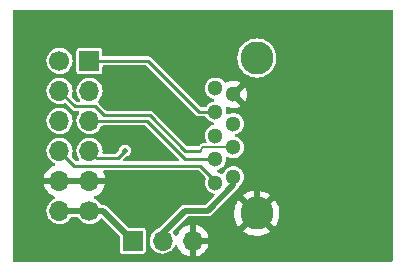
<source format=gtl>
%TF.GenerationSoftware,KiCad,Pcbnew,6.0.11-2627ca5db0~126~ubuntu22.04.1*%
%TF.CreationDate,2023-02-25T21:45:26+01:00*%
%TF.ProjectId,pmod,706d6f64-2e6b-4696-9361-645f70636258,0.7*%
%TF.SameCoordinates,Original*%
%TF.FileFunction,Copper,L1,Top*%
%TF.FilePolarity,Positive*%
%FSLAX46Y46*%
G04 Gerber Fmt 4.6, Leading zero omitted, Abs format (unit mm)*
G04 Created by KiCad (PCBNEW 6.0.11-2627ca5db0~126~ubuntu22.04.1) date 2023-02-25 21:45:26*
%MOMM*%
%LPD*%
G01*
G04 APERTURE LIST*
%TA.AperFunction,ComponentPad*%
%ADD10R,1.700000X1.700000*%
%TD*%
%TA.AperFunction,ComponentPad*%
%ADD11O,1.700000X1.700000*%
%TD*%
%TA.AperFunction,ComponentPad*%
%ADD12C,1.700000*%
%TD*%
%TA.AperFunction,ComponentPad*%
%ADD13C,1.300000*%
%TD*%
%TA.AperFunction,ComponentPad*%
%ADD14C,2.800000*%
%TD*%
%TA.AperFunction,ViaPad*%
%ADD15C,0.500000*%
%TD*%
%TA.AperFunction,Conductor*%
%ADD16C,0.250000*%
%TD*%
%TA.AperFunction,Conductor*%
%ADD17C,0.500000*%
%TD*%
%TA.AperFunction,Conductor*%
%ADD18C,0.200000*%
%TD*%
G04 APERTURE END LIST*
D10*
%TO.P,J1,1,Pin_1*%
%TO.N,/D0*%
X143212400Y-68795480D03*
D11*
%TO.P,J1,2,Pin_2*%
%TO.N,/D1*%
X143212400Y-71335480D03*
%TO.P,J1,3,Pin_3*%
%TO.N,/D2*%
X143212400Y-73875480D03*
%TO.P,J1,4,Pin_4*%
%TO.N,/D3*%
X143212400Y-76415480D03*
%TO.P,J1,5,Pin_5*%
%TO.N,GND*%
X143212400Y-78955480D03*
D12*
%TO.P,J1,6,Pin_6*%
%TO.N,/3V3*%
X143212400Y-81495480D03*
%TO.P,J1,7,Pin_7*%
%TO.N,/D4*%
X140672400Y-68795480D03*
D11*
%TO.P,J1,8,Pin_8*%
%TO.N,/D5*%
X140672400Y-71335480D03*
%TO.P,J1,9,Pin_9*%
%TO.N,/D6*%
X140672400Y-73875480D03*
%TO.P,J1,10,Pin_10*%
%TO.N,/D7*%
X140672400Y-76415480D03*
%TO.P,J1,11,Pin_11*%
%TO.N,GND*%
X140672400Y-78955480D03*
%TO.P,J1,12,Pin_12*%
%TO.N,/3V3*%
X140672400Y-81495480D03*
%TD*%
D13*
%TO.P,J2,1,VBUS*%
%TO.N,/VBUS*%
X155383000Y-78615000D03*
%TO.P,J2,2,D-*%
%TO.N,/D5*%
X155383000Y-76115000D03*
%TO.P,J2,3,D+*%
%TO.N,/D1*%
X155383000Y-74115000D03*
%TO.P,J2,4,GND*%
%TO.N,GND*%
X155383000Y-71615000D03*
%TO.P,J2,5,SSRX-*%
%TO.N,/D3*%
X153883000Y-71115000D03*
%TO.P,J2,6,SSRX+*%
%TO.N,/D0*%
X153883000Y-73115000D03*
%TO.P,J2,7,DRAIN*%
%TO.N,/D6*%
X153883000Y-75115000D03*
%TO.P,J2,8,SSTX-*%
%TO.N,/D2*%
X153883000Y-77115000D03*
%TO.P,J2,9,SSTX+*%
%TO.N,/D7*%
X153883000Y-79115000D03*
D14*
%TO.P,J2,10,SHIELD*%
%TO.N,GND*%
X157383000Y-81685000D03*
%TO.P,J2,11*%
%TO.N,N/C*%
X157383000Y-68545000D03*
%TD*%
D10*
%TO.P,JP1,1,Pin_1*%
%TO.N,/3V3*%
X146870000Y-84005000D03*
D11*
%TO.P,JP1,2,Pin_2*%
%TO.N,/VBUS*%
X149410000Y-84005000D03*
%TO.P,JP1,3,Pin_3*%
%TO.N,GND*%
X151950000Y-84005000D03*
%TD*%
D15*
%TO.N,/D3*%
X146235000Y-76385000D03*
%TO.N,GND*%
X150680000Y-73845000D03*
%TD*%
D16*
%TO.N,/D0*%
X148170480Y-68795480D02*
X152490000Y-73115000D01*
X143212400Y-68795480D02*
X148170480Y-68795480D01*
X152490000Y-73115000D02*
X153883000Y-73115000D01*
%TO.N,/D2*%
X151337894Y-77115000D02*
X153883000Y-77115000D01*
X143212400Y-73875480D02*
X148098374Y-73875480D01*
X148098374Y-73875480D02*
X151337894Y-77115000D01*
%TO.N,/D3*%
X145600000Y-77020000D02*
X143816920Y-77020000D01*
X143816920Y-77020000D02*
X143212400Y-76415480D01*
X146235000Y-76385000D02*
X145600000Y-77020000D01*
D17*
%TO.N,/3V3*%
X140672400Y-81495480D02*
X143212400Y-81495480D01*
X144355480Y-81495480D02*
X146865000Y-84005000D01*
X143212400Y-81495480D02*
X144355480Y-81495480D01*
%TO.N,GND*%
X157383000Y-73615000D02*
X155383000Y-71615000D01*
X140672400Y-78955480D02*
X143212400Y-78955480D01*
X157383000Y-81685000D02*
X157383000Y-73615000D01*
D18*
%TO.N,/D5*%
X152855000Y-76115000D02*
X155383000Y-76115000D01*
D16*
X143719812Y-72650480D02*
X141987400Y-72650480D01*
D18*
X152585000Y-76385000D02*
X152855000Y-76115000D01*
D16*
X148305480Y-73375480D02*
X144444812Y-73375480D01*
X152585000Y-76385000D02*
X151315000Y-76385000D01*
X151315000Y-76385000D02*
X148305480Y-73375480D01*
X141987400Y-72650480D02*
X140672400Y-71335480D01*
X144444812Y-73375480D02*
X143719812Y-72650480D01*
%TO.N,/D7*%
X140672400Y-76415480D02*
X141911920Y-77655000D01*
X141911920Y-77655000D02*
X152585000Y-77655000D01*
X153883000Y-78953000D02*
X153883000Y-79115000D01*
X152585000Y-77655000D02*
X153883000Y-78953000D01*
D17*
%TO.N,/VBUS*%
X153220000Y-81465000D02*
X151315000Y-81465000D01*
X155383000Y-79302000D02*
X153220000Y-81465000D01*
X149410000Y-83370000D02*
X149410000Y-84005000D01*
X151315000Y-81465000D02*
X149410000Y-83370000D01*
X155383000Y-78615000D02*
X155383000Y-79302000D01*
%TD*%
%TA.AperFunction,Conductor*%
%TO.N,GND*%
G36*
X168880945Y-64463502D02*
G01*
X168927438Y-64517158D01*
X168938823Y-64569526D01*
X168936215Y-75768224D01*
X168933911Y-85660529D01*
X168913893Y-85728645D01*
X168860227Y-85775126D01*
X168807911Y-85786500D01*
X136832500Y-85786500D01*
X136764379Y-85766498D01*
X136717886Y-85712842D01*
X136706500Y-85660500D01*
X136706500Y-79223446D01*
X139340657Y-79223446D01*
X139370965Y-79357926D01*
X139374045Y-79367755D01*
X139454170Y-79565083D01*
X139458813Y-79574274D01*
X139570094Y-79755868D01*
X139576177Y-79764179D01*
X139715613Y-79925147D01*
X139722980Y-79932363D01*
X139886834Y-80068396D01*
X139895281Y-80074311D01*
X140079156Y-80181759D01*
X140088442Y-80186209D01*
X140243202Y-80245305D01*
X140299705Y-80288292D01*
X140323998Y-80355003D01*
X140308368Y-80424258D01*
X140257777Y-80474068D01*
X140241865Y-80481227D01*
X140202006Y-80495932D01*
X140196593Y-80497929D01*
X140022771Y-80601342D01*
X139870705Y-80734700D01*
X139745489Y-80893537D01*
X139651314Y-81072533D01*
X139591337Y-81265693D01*
X139567564Y-81466549D01*
X139580792Y-81668374D01*
X139588268Y-81697812D01*
X139609930Y-81783104D01*
X139630578Y-81864408D01*
X139715256Y-82048087D01*
X139721571Y-82057022D01*
X139791756Y-82156332D01*
X139831988Y-82213260D01*
X139976866Y-82354393D01*
X140145037Y-82466762D01*
X140150340Y-82469040D01*
X140150343Y-82469042D01*
X140238691Y-82506999D01*
X140330870Y-82546602D01*
X140528140Y-82591240D01*
X140533909Y-82591467D01*
X140533912Y-82591467D01*
X140610083Y-82594459D01*
X140730242Y-82599180D01*
X140835794Y-82583876D01*
X140924686Y-82570988D01*
X140924691Y-82570987D01*
X140930407Y-82570158D01*
X140935879Y-82568300D01*
X140935881Y-82568300D01*
X141116467Y-82506999D01*
X141116469Y-82506998D01*
X141121931Y-82505144D01*
X141244417Y-82436549D01*
X141293364Y-82409138D01*
X141293365Y-82409137D01*
X141298401Y-82406317D01*
X141360833Y-82354393D01*
X141449473Y-82280671D01*
X141453905Y-82276985D01*
X141583237Y-82121481D01*
X141586058Y-82116444D01*
X141617436Y-82060414D01*
X141668173Y-82010752D01*
X141727371Y-81995980D01*
X142153188Y-81995980D01*
X142221309Y-82015982D01*
X142256085Y-82049260D01*
X142331756Y-82156332D01*
X142371988Y-82213260D01*
X142516866Y-82354393D01*
X142685037Y-82466762D01*
X142690340Y-82469040D01*
X142690343Y-82469042D01*
X142778691Y-82506999D01*
X142870870Y-82546602D01*
X143068140Y-82591240D01*
X143073909Y-82591467D01*
X143073912Y-82591467D01*
X143150083Y-82594459D01*
X143270242Y-82599180D01*
X143375794Y-82583876D01*
X143464686Y-82570988D01*
X143464691Y-82570987D01*
X143470407Y-82570158D01*
X143475879Y-82568300D01*
X143475881Y-82568300D01*
X143656467Y-82506999D01*
X143656469Y-82506998D01*
X143661931Y-82505144D01*
X143784417Y-82436549D01*
X143833364Y-82409138D01*
X143833365Y-82409137D01*
X143838401Y-82406317D01*
X143900833Y-82354393D01*
X143989473Y-82280671D01*
X143993905Y-82276985D01*
X143997591Y-82272553D01*
X143997596Y-82272548D01*
X144103229Y-82145538D01*
X144162166Y-82105954D01*
X144233148Y-82104518D01*
X144289198Y-82137012D01*
X145732595Y-83580409D01*
X145766621Y-83642721D01*
X145769500Y-83669504D01*
X145769500Y-84879674D01*
X145784034Y-84952740D01*
X145839399Y-85035601D01*
X145922260Y-85090966D01*
X145995326Y-85105500D01*
X147744674Y-85105500D01*
X147817740Y-85090966D01*
X147900601Y-85035601D01*
X147955966Y-84952740D01*
X147970500Y-84879674D01*
X147970500Y-83130326D01*
X147955966Y-83057260D01*
X147900601Y-82974399D01*
X147817740Y-82919034D01*
X147744674Y-82904500D01*
X146524504Y-82904500D01*
X146456383Y-82884498D01*
X146435409Y-82867595D01*
X144759014Y-81191200D01*
X144751548Y-81181856D01*
X144751158Y-81182188D01*
X144745340Y-81175352D01*
X144740550Y-81167760D01*
X144726869Y-81155677D01*
X144700880Y-81132725D01*
X144695192Y-81127378D01*
X144683974Y-81116160D01*
X144680385Y-81113470D01*
X144675796Y-81110030D01*
X144667957Y-81103648D01*
X144639819Y-81078798D01*
X144633092Y-81072857D01*
X144624969Y-81069043D01*
X144621816Y-81066972D01*
X144608804Y-81059153D01*
X144605485Y-81057336D01*
X144598304Y-81051954D01*
X144554741Y-81035623D01*
X144545427Y-81031697D01*
X144511446Y-81015743D01*
X144511443Y-81015742D01*
X144503317Y-81011927D01*
X144494443Y-81010545D01*
X144490830Y-81009441D01*
X144476173Y-81005595D01*
X144472470Y-81004781D01*
X144464060Y-81001628D01*
X144417637Y-80998178D01*
X144407624Y-80997028D01*
X144394471Y-80994980D01*
X144379276Y-80994980D01*
X144369939Y-80994634D01*
X144354516Y-80993488D01*
X144321088Y-80991004D01*
X144312312Y-80992877D01*
X144303355Y-80993488D01*
X144303355Y-80993482D01*
X144289162Y-80994980D01*
X144271062Y-80994980D01*
X144202941Y-80974978D01*
X144160824Y-80927808D01*
X144160325Y-80928114D01*
X144158635Y-80925357D01*
X144158056Y-80924708D01*
X144157307Y-80923189D01*
X144157304Y-80923185D01*
X144154751Y-80918007D01*
X144033735Y-80755947D01*
X144010750Y-80734700D01*
X143889453Y-80622574D01*
X143889451Y-80622572D01*
X143885212Y-80618654D01*
X143857774Y-80601342D01*
X143719037Y-80513805D01*
X143714157Y-80510726D01*
X143637853Y-80480284D01*
X143581994Y-80436463D01*
X143558693Y-80369399D01*
X143575349Y-80300384D01*
X143626673Y-80251330D01*
X143648335Y-80242569D01*
X143704644Y-80225675D01*
X143714242Y-80221913D01*
X143905495Y-80128219D01*
X143914345Y-80122944D01*
X144087728Y-79999272D01*
X144095600Y-79992619D01*
X144246452Y-79842292D01*
X144253130Y-79834445D01*
X144377403Y-79661500D01*
X144382713Y-79652663D01*
X144477070Y-79461747D01*
X144480869Y-79452152D01*
X144542777Y-79248390D01*
X144544955Y-79238317D01*
X144546386Y-79227442D01*
X144544175Y-79213258D01*
X144531017Y-79209480D01*
X139355625Y-79209480D01*
X139342094Y-79213453D01*
X139340657Y-79223446D01*
X136706500Y-79223446D01*
X136706500Y-78689663D01*
X139336789Y-78689663D01*
X139338312Y-78698087D01*
X139350692Y-78701480D01*
X144530744Y-78701480D01*
X144544275Y-78697507D01*
X144545580Y-78688427D01*
X144503614Y-78521355D01*
X144500294Y-78511604D01*
X144415372Y-78316294D01*
X144410505Y-78307219D01*
X144357277Y-78224940D01*
X144337070Y-78156880D01*
X144356866Y-78088699D01*
X144410381Y-78042045D01*
X144463069Y-78030500D01*
X152377273Y-78030500D01*
X152445394Y-78050502D01*
X152466368Y-78067405D01*
X153023260Y-78624297D01*
X153057286Y-78686609D01*
X153053998Y-78752326D01*
X152997326Y-78926744D01*
X152996636Y-78933305D01*
X152996636Y-78933307D01*
X152990782Y-78989007D01*
X152977540Y-79115000D01*
X152978230Y-79121565D01*
X152987888Y-79213453D01*
X152997326Y-79303256D01*
X153055821Y-79483284D01*
X153059124Y-79489006D01*
X153059125Y-79489007D01*
X153063467Y-79496527D01*
X153150467Y-79647216D01*
X153154885Y-79652123D01*
X153154886Y-79652124D01*
X153163336Y-79661508D01*
X153277129Y-79787888D01*
X153430270Y-79899151D01*
X153603197Y-79976144D01*
X153704310Y-79997636D01*
X153766783Y-80031364D01*
X153801105Y-80093514D01*
X153796377Y-80164353D01*
X153767208Y-80209978D01*
X153049591Y-80927595D01*
X152987279Y-80961621D01*
X152960496Y-80964500D01*
X151385181Y-80964500D01*
X151373296Y-80963172D01*
X151373255Y-80963682D01*
X151364309Y-80962962D01*
X151355553Y-80960981D01*
X151320240Y-80963172D01*
X151302736Y-80964258D01*
X151294933Y-80964500D01*
X151279060Y-80964500D01*
X151268948Y-80965948D01*
X151258894Y-80966978D01*
X151230903Y-80968715D01*
X151212462Y-80969859D01*
X151204018Y-80972907D01*
X151200306Y-80973676D01*
X151185601Y-80977343D01*
X151181973Y-80978404D01*
X151173082Y-80979677D01*
X151130718Y-80998939D01*
X151121363Y-81002746D01*
X151086057Y-81015491D01*
X151086053Y-81015493D01*
X151077613Y-81018540D01*
X151070365Y-81023835D01*
X151067025Y-81025611D01*
X151053911Y-81033274D01*
X151050739Y-81035303D01*
X151042572Y-81039016D01*
X151035777Y-81044871D01*
X151035774Y-81044873D01*
X151007325Y-81069387D01*
X150999405Y-81075675D01*
X150988664Y-81083522D01*
X150977921Y-81094265D01*
X150971075Y-81100623D01*
X150933963Y-81132600D01*
X150929080Y-81140134D01*
X150923181Y-81146896D01*
X150923176Y-81146892D01*
X150914200Y-81157986D01*
X149160601Y-82911585D01*
X149115117Y-82940702D01*
X149000722Y-82982905D01*
X148934193Y-83007449D01*
X148760371Y-83110862D01*
X148608305Y-83244220D01*
X148483089Y-83403057D01*
X148388914Y-83582053D01*
X148328937Y-83775213D01*
X148305164Y-83976069D01*
X148318392Y-84177894D01*
X148368178Y-84373928D01*
X148452856Y-84557607D01*
X148456189Y-84562323D01*
X148555032Y-84702183D01*
X148569588Y-84722780D01*
X148714466Y-84863913D01*
X148719270Y-84867123D01*
X148786651Y-84912146D01*
X148882637Y-84976282D01*
X148887940Y-84978560D01*
X148887943Y-84978562D01*
X149051409Y-85048792D01*
X149068470Y-85056122D01*
X149265740Y-85100760D01*
X149271509Y-85100987D01*
X149271512Y-85100987D01*
X149347683Y-85103979D01*
X149467842Y-85108700D01*
X149554132Y-85096189D01*
X149662286Y-85080508D01*
X149662291Y-85080507D01*
X149668007Y-85079678D01*
X149673479Y-85077820D01*
X149673481Y-85077820D01*
X149854067Y-85016519D01*
X149854069Y-85016518D01*
X149859531Y-85014664D01*
X150036001Y-84915837D01*
X150098433Y-84863913D01*
X150187073Y-84790191D01*
X150191505Y-84786505D01*
X150320837Y-84631001D01*
X150419664Y-84454531D01*
X150423419Y-84443468D01*
X150464254Y-84385392D01*
X150530006Y-84358611D01*
X150599799Y-84371630D01*
X150651473Y-84420315D01*
X150659476Y-84436563D01*
X150731770Y-84614603D01*
X150736413Y-84623794D01*
X150847694Y-84805388D01*
X150853777Y-84813699D01*
X150993213Y-84974667D01*
X151000580Y-84981883D01*
X151164434Y-85117916D01*
X151172881Y-85123831D01*
X151356756Y-85231279D01*
X151366042Y-85235729D01*
X151565001Y-85311703D01*
X151574899Y-85314579D01*
X151678250Y-85335606D01*
X151692299Y-85334410D01*
X151696000Y-85324065D01*
X151696000Y-85323517D01*
X152204000Y-85323517D01*
X152208064Y-85337359D01*
X152221478Y-85339393D01*
X152228184Y-85338534D01*
X152238262Y-85336392D01*
X152442255Y-85275191D01*
X152451842Y-85271433D01*
X152643095Y-85177739D01*
X152651945Y-85172464D01*
X152825328Y-85048792D01*
X152833200Y-85042139D01*
X152984052Y-84891812D01*
X152990730Y-84883965D01*
X153115003Y-84711020D01*
X153120313Y-84702183D01*
X153214670Y-84511267D01*
X153218469Y-84501672D01*
X153280377Y-84297910D01*
X153282555Y-84287837D01*
X153283986Y-84276962D01*
X153281775Y-84262778D01*
X153268617Y-84259000D01*
X152222115Y-84259000D01*
X152206876Y-84263475D01*
X152205671Y-84264865D01*
X152204000Y-84272548D01*
X152204000Y-85323517D01*
X151696000Y-85323517D01*
X151696000Y-83732885D01*
X152204000Y-83732885D01*
X152208475Y-83748124D01*
X152209865Y-83749329D01*
X152217548Y-83751000D01*
X153268344Y-83751000D01*
X153281875Y-83747027D01*
X153283180Y-83737947D01*
X153241214Y-83570875D01*
X153237894Y-83561124D01*
X153152972Y-83365814D01*
X153148105Y-83356739D01*
X153048522Y-83202806D01*
X156230361Y-83202806D01*
X156237751Y-83213108D01*
X156279630Y-83247203D01*
X156286909Y-83252318D01*
X156510756Y-83387085D01*
X156518670Y-83391118D01*
X156759286Y-83493006D01*
X156767691Y-83495883D01*
X157020257Y-83562850D01*
X157028989Y-83564516D01*
X157288474Y-83595227D01*
X157297340Y-83595645D01*
X157558561Y-83589490D01*
X157567414Y-83588653D01*
X157825162Y-83545752D01*
X157833796Y-83543679D01*
X158082930Y-83464888D01*
X158091192Y-83461617D01*
X158326731Y-83348513D01*
X158334455Y-83344107D01*
X158528268Y-83214606D01*
X158536556Y-83204688D01*
X158529299Y-83190509D01*
X157395812Y-82057022D01*
X157381868Y-82049408D01*
X157380035Y-82049539D01*
X157373420Y-82053790D01*
X156237527Y-83189683D01*
X156230361Y-83202806D01*
X153048522Y-83202806D01*
X153032426Y-83177926D01*
X153026136Y-83169757D01*
X152882806Y-83012240D01*
X152875273Y-83005215D01*
X152708139Y-82873222D01*
X152699552Y-82867517D01*
X152513117Y-82764599D01*
X152503705Y-82760369D01*
X152302959Y-82689280D01*
X152292988Y-82686646D01*
X152221837Y-82673972D01*
X152208540Y-82675432D01*
X152204000Y-82689989D01*
X152204000Y-83732885D01*
X151696000Y-83732885D01*
X151696000Y-82688102D01*
X151692082Y-82674758D01*
X151677806Y-82672771D01*
X151639324Y-82678660D01*
X151629288Y-82681051D01*
X151426868Y-82747212D01*
X151417359Y-82751209D01*
X151228463Y-82849542D01*
X151219738Y-82855036D01*
X151049433Y-82982905D01*
X151041726Y-82989748D01*
X150894590Y-83143717D01*
X150888104Y-83151727D01*
X150768098Y-83327649D01*
X150763000Y-83336623D01*
X150673338Y-83529783D01*
X150669776Y-83539465D01*
X150663684Y-83561432D01*
X150626204Y-83621730D01*
X150562074Y-83652191D01*
X150491656Y-83643147D01*
X150437307Y-83597467D01*
X150429261Y-83583486D01*
X150428555Y-83582053D01*
X150352351Y-83427527D01*
X150292738Y-83347695D01*
X150268006Y-83281147D01*
X150283180Y-83211790D01*
X150304601Y-83183212D01*
X151485408Y-82002405D01*
X151547720Y-81968379D01*
X151574503Y-81965500D01*
X153149819Y-81965500D01*
X153161704Y-81966828D01*
X153161745Y-81966318D01*
X153170691Y-81967038D01*
X153179447Y-81969019D01*
X153232263Y-81965742D01*
X153240067Y-81965500D01*
X153255940Y-81965500D01*
X153266052Y-81964052D01*
X153276106Y-81963022D01*
X153304097Y-81961285D01*
X153322538Y-81960141D01*
X153330982Y-81957093D01*
X153334694Y-81956324D01*
X153349399Y-81952657D01*
X153353027Y-81951596D01*
X153361918Y-81950323D01*
X153404282Y-81931061D01*
X153413637Y-81927254D01*
X153448943Y-81914509D01*
X153448947Y-81914507D01*
X153457387Y-81911460D01*
X153464635Y-81906165D01*
X153467975Y-81904389D01*
X153481089Y-81896726D01*
X153484261Y-81894697D01*
X153492428Y-81890984D01*
X153499223Y-81885129D01*
X153499226Y-81885127D01*
X153527675Y-81860613D01*
X153535596Y-81854324D01*
X153542402Y-81849352D01*
X153546336Y-81846478D01*
X153557079Y-81835735D01*
X153563926Y-81829377D01*
X153594237Y-81803259D01*
X153601037Y-81797400D01*
X153605920Y-81789866D01*
X153611819Y-81783104D01*
X153611824Y-81783108D01*
X153620800Y-81772014D01*
X153763447Y-81629367D01*
X155471245Y-81629367D01*
X155481503Y-81890459D01*
X155482478Y-81899288D01*
X155529422Y-82156332D01*
X155531631Y-82164934D01*
X155614324Y-82412796D01*
X155617728Y-82421014D01*
X155734519Y-82654750D01*
X155739043Y-82662398D01*
X155854352Y-82829235D01*
X155864673Y-82837589D01*
X155878323Y-82830467D01*
X157010978Y-81697812D01*
X157017356Y-81686132D01*
X157747408Y-81686132D01*
X157747539Y-81687965D01*
X157751790Y-81694580D01*
X158888517Y-82831307D01*
X158901917Y-82838624D01*
X158911821Y-82831637D01*
X158927686Y-82812763D01*
X158932905Y-82805580D01*
X159071171Y-82583876D01*
X159075333Y-82576017D01*
X159180988Y-82337030D01*
X159183994Y-82328680D01*
X159254921Y-82077192D01*
X159256722Y-82068499D01*
X159291672Y-81808292D01*
X159292200Y-81801899D01*
X159295773Y-81688222D01*
X159295646Y-81681779D01*
X159277106Y-81419923D01*
X159275853Y-81411119D01*
X159220858Y-81155677D01*
X159218379Y-81147144D01*
X159127941Y-80902002D01*
X159124286Y-80893907D01*
X159000206Y-80663947D01*
X158995447Y-80656449D01*
X158910759Y-80541790D01*
X158899631Y-80533348D01*
X158887038Y-80540172D01*
X157755022Y-81672188D01*
X157747408Y-81686132D01*
X157017356Y-81686132D01*
X157018592Y-81683868D01*
X157018461Y-81682035D01*
X157014210Y-81675420D01*
X155878819Y-80540029D01*
X155865978Y-80533017D01*
X155855289Y-80540813D01*
X155803663Y-80606299D01*
X155798658Y-80613663D01*
X155667420Y-80839605D01*
X155663516Y-80847575D01*
X155565420Y-81089763D01*
X155562676Y-81098207D01*
X155499683Y-81351800D01*
X155498156Y-81360551D01*
X155471524Y-81620483D01*
X155471245Y-81629367D01*
X153763447Y-81629367D01*
X155225125Y-80167688D01*
X156231045Y-80167688D01*
X156238025Y-80180815D01*
X157370188Y-81312978D01*
X157384132Y-81320592D01*
X157385965Y-81320461D01*
X157392580Y-81316210D01*
X158527804Y-80180986D01*
X158534658Y-80168434D01*
X158526450Y-80157363D01*
X158436762Y-80088916D01*
X158429313Y-80084023D01*
X158201353Y-79956359D01*
X158193303Y-79952571D01*
X157949617Y-79858295D01*
X157941127Y-79855683D01*
X157686578Y-79796683D01*
X157677800Y-79795293D01*
X157417478Y-79772746D01*
X157408607Y-79772606D01*
X157147696Y-79786965D01*
X157138886Y-79788079D01*
X156882607Y-79839055D01*
X156874050Y-79841396D01*
X156627496Y-79927980D01*
X156619362Y-79931500D01*
X156387477Y-80051955D01*
X156379905Y-80056594D01*
X156239447Y-80156967D01*
X156231045Y-80167688D01*
X155225125Y-80167688D01*
X155687278Y-79705535D01*
X155696624Y-79698068D01*
X155696292Y-79697678D01*
X155703128Y-79691860D01*
X155710720Y-79687070D01*
X155733303Y-79661500D01*
X155745763Y-79647391D01*
X155751110Y-79641703D01*
X155762320Y-79630493D01*
X155765010Y-79626904D01*
X155768444Y-79622323D01*
X155774827Y-79614482D01*
X155799679Y-79586342D01*
X155805623Y-79579612D01*
X155809438Y-79571487D01*
X155811520Y-79568317D01*
X155819323Y-79555330D01*
X155821143Y-79552006D01*
X155826526Y-79544824D01*
X155842857Y-79501261D01*
X155846783Y-79491947D01*
X155862737Y-79457966D01*
X155862738Y-79457963D01*
X155866553Y-79449837D01*
X155867935Y-79440963D01*
X155869039Y-79437350D01*
X155872889Y-79422678D01*
X155873701Y-79418985D01*
X155876852Y-79410580D01*
X155877122Y-79406941D01*
X155909997Y-79347056D01*
X155924831Y-79334416D01*
X155983532Y-79291767D01*
X155988871Y-79287888D01*
X156024436Y-79248390D01*
X156111114Y-79152124D01*
X156111115Y-79152123D01*
X156115533Y-79147216D01*
X156210179Y-78983284D01*
X156268674Y-78803256D01*
X156274617Y-78746716D01*
X156287770Y-78621565D01*
X156288460Y-78615000D01*
X156268674Y-78426744D01*
X156210179Y-78246716D01*
X156205290Y-78238247D01*
X156118836Y-78088505D01*
X156115533Y-78082784D01*
X156086466Y-78050502D01*
X155993286Y-77947015D01*
X155993284Y-77947014D01*
X155988871Y-77942112D01*
X155835730Y-77830849D01*
X155662803Y-77753856D01*
X155564788Y-77733022D01*
X155484103Y-77715872D01*
X155484099Y-77715872D01*
X155477646Y-77714500D01*
X155288354Y-77714500D01*
X155281901Y-77715872D01*
X155281897Y-77715872D01*
X155201212Y-77733022D01*
X155103197Y-77753856D01*
X154930270Y-77830849D01*
X154777129Y-77942112D01*
X154772716Y-77947014D01*
X154772714Y-77947015D01*
X154679534Y-78050502D01*
X154650467Y-78082784D01*
X154647164Y-78088505D01*
X154560711Y-78238247D01*
X154555821Y-78246716D01*
X154553779Y-78253001D01*
X154553778Y-78253003D01*
X154545263Y-78279210D01*
X154505190Y-78337816D01*
X154439794Y-78365454D01*
X154369837Y-78353348D01*
X154351371Y-78342212D01*
X154341075Y-78334732D01*
X154341073Y-78334731D01*
X154335730Y-78330849D01*
X154162803Y-78253856D01*
X154089368Y-78238247D01*
X154026895Y-78204519D01*
X153992573Y-78142369D01*
X153997301Y-78071530D01*
X154039577Y-78014492D01*
X154089368Y-77991753D01*
X154094282Y-77990708D01*
X154162803Y-77976144D01*
X154335730Y-77899151D01*
X154345335Y-77892173D01*
X154483532Y-77791767D01*
X154488871Y-77787888D01*
X154517093Y-77756545D01*
X154611114Y-77652124D01*
X154611115Y-77652123D01*
X154615533Y-77647216D01*
X154674401Y-77545253D01*
X154706875Y-77489007D01*
X154706876Y-77489006D01*
X154710179Y-77483284D01*
X154768674Y-77303256D01*
X154772132Y-77270360D01*
X154787770Y-77121565D01*
X154788460Y-77115000D01*
X154780510Y-77039359D01*
X154793282Y-76969521D01*
X154841784Y-76917674D01*
X154910617Y-76900280D01*
X154957065Y-76911081D01*
X155103197Y-76976144D01*
X155201212Y-76996978D01*
X155281897Y-77014128D01*
X155281901Y-77014128D01*
X155288354Y-77015500D01*
X155477646Y-77015500D01*
X155484099Y-77014128D01*
X155484103Y-77014128D01*
X155564788Y-76996978D01*
X155662803Y-76976144D01*
X155835730Y-76899151D01*
X155853007Y-76886599D01*
X155983532Y-76791767D01*
X155988871Y-76787888D01*
X155997049Y-76778806D01*
X156111114Y-76652124D01*
X156111115Y-76652123D01*
X156115533Y-76647216D01*
X156156782Y-76575771D01*
X156206875Y-76489007D01*
X156206876Y-76489006D01*
X156210179Y-76483284D01*
X156268674Y-76303256D01*
X156274065Y-76251968D01*
X156287770Y-76121565D01*
X156288460Y-76115000D01*
X156276277Y-75999080D01*
X156269364Y-75933307D01*
X156269364Y-75933305D01*
X156268674Y-75926744D01*
X156210179Y-75746716D01*
X156115533Y-75582784D01*
X156111114Y-75577876D01*
X155993286Y-75447015D01*
X155993284Y-75447014D01*
X155988871Y-75442112D01*
X155859232Y-75347924D01*
X155841072Y-75334730D01*
X155841071Y-75334729D01*
X155835730Y-75330849D01*
X155662803Y-75253856D01*
X155589368Y-75238247D01*
X155526895Y-75204519D01*
X155492573Y-75142369D01*
X155497301Y-75071530D01*
X155539577Y-75014492D01*
X155589368Y-74991753D01*
X155594282Y-74990708D01*
X155662803Y-74976144D01*
X155835730Y-74899151D01*
X155904700Y-74849042D01*
X155983532Y-74791767D01*
X155988871Y-74787888D01*
X156020284Y-74753001D01*
X156111114Y-74652124D01*
X156111115Y-74652123D01*
X156115533Y-74647216D01*
X156210179Y-74483284D01*
X156268674Y-74303256D01*
X156271998Y-74271635D01*
X156287770Y-74121565D01*
X156288460Y-74115000D01*
X156280510Y-74039359D01*
X156269364Y-73933307D01*
X156269364Y-73933305D01*
X156268674Y-73926744D01*
X156210179Y-73746716D01*
X156168238Y-73674071D01*
X156118836Y-73588505D01*
X156115533Y-73582784D01*
X156111114Y-73577876D01*
X155993286Y-73447015D01*
X155993284Y-73447014D01*
X155988871Y-73442112D01*
X155919531Y-73391734D01*
X155841072Y-73334730D01*
X155841071Y-73334729D01*
X155835730Y-73330849D01*
X155662803Y-73253856D01*
X155550498Y-73229985D01*
X155484103Y-73215872D01*
X155484099Y-73215872D01*
X155477646Y-73214500D01*
X155288354Y-73214500D01*
X155281901Y-73215872D01*
X155281897Y-73215872D01*
X155215502Y-73229985D01*
X155103197Y-73253856D01*
X154957066Y-73318918D01*
X154886702Y-73328352D01*
X154822405Y-73298246D01*
X154784592Y-73238157D01*
X154780510Y-73190641D01*
X154787770Y-73121565D01*
X154788460Y-73115000D01*
X154778778Y-73022875D01*
X154769364Y-72933307D01*
X154769364Y-72933305D01*
X154768674Y-72926744D01*
X154735562Y-72824836D01*
X154733534Y-72753871D01*
X154770196Y-72693073D01*
X154833908Y-72661748D01*
X154905133Y-72670134D01*
X155018318Y-72718762D01*
X155029261Y-72722317D01*
X155225567Y-72766737D01*
X155236975Y-72768239D01*
X155438096Y-72776140D01*
X155449580Y-72775538D01*
X155648774Y-72746657D01*
X155659957Y-72743972D01*
X155850547Y-72679276D01*
X155861060Y-72674595D01*
X155987766Y-72603635D01*
X155997631Y-72593557D01*
X155994675Y-72585885D01*
X155112885Y-71704095D01*
X155078859Y-71641783D01*
X155080694Y-71616132D01*
X155747408Y-71616132D01*
X155747539Y-71617965D01*
X155751790Y-71624580D01*
X156349971Y-72222761D01*
X156362351Y-72229521D01*
X156368931Y-72224595D01*
X156442595Y-72093060D01*
X156447276Y-72082547D01*
X156511972Y-71891957D01*
X156514657Y-71880774D01*
X156543834Y-71679539D01*
X156544464Y-71672157D01*
X156545864Y-71618704D01*
X156545621Y-71611305D01*
X156527016Y-71408824D01*
X156524918Y-71397503D01*
X156470287Y-71203797D01*
X156466163Y-71193050D01*
X156377141Y-71012534D01*
X156373617Y-71006784D01*
X156363595Y-70999262D01*
X156351176Y-71006034D01*
X155755022Y-71602188D01*
X155747408Y-71616132D01*
X155080694Y-71616132D01*
X155083924Y-71570968D01*
X155112885Y-71525905D01*
X155989533Y-70649257D01*
X155996293Y-70636877D01*
X155990263Y-70628822D01*
X155915857Y-70581875D01*
X155905609Y-70576654D01*
X155718663Y-70502070D01*
X155707635Y-70498803D01*
X155510230Y-70459537D01*
X155498784Y-70458334D01*
X155297537Y-70455700D01*
X155286057Y-70456603D01*
X155087701Y-70490687D01*
X155076581Y-70493667D01*
X154887748Y-70563331D01*
X154877370Y-70568281D01*
X154785393Y-70623002D01*
X154716623Y-70640642D01*
X154649233Y-70618302D01*
X154619031Y-70588774D01*
X154618836Y-70588505D01*
X154615533Y-70582784D01*
X154604822Y-70570888D01*
X154493286Y-70447015D01*
X154493284Y-70447014D01*
X154488871Y-70442112D01*
X154483532Y-70438233D01*
X154341072Y-70334730D01*
X154341071Y-70334729D01*
X154335730Y-70330849D01*
X154162803Y-70253856D01*
X154064788Y-70233022D01*
X153984103Y-70215872D01*
X153984099Y-70215872D01*
X153977646Y-70214500D01*
X153788354Y-70214500D01*
X153781901Y-70215872D01*
X153781897Y-70215872D01*
X153701212Y-70233022D01*
X153603197Y-70253856D01*
X153430270Y-70330849D01*
X153424929Y-70334729D01*
X153424928Y-70334730D01*
X153282468Y-70438233D01*
X153277129Y-70442112D01*
X153272716Y-70447014D01*
X153272714Y-70447015D01*
X153161178Y-70570888D01*
X153150467Y-70582784D01*
X153147164Y-70588505D01*
X153060480Y-70738647D01*
X153055821Y-70746716D01*
X152997326Y-70926744D01*
X152977540Y-71115000D01*
X152997326Y-71303256D01*
X153055821Y-71483284D01*
X153059124Y-71489006D01*
X153059125Y-71489007D01*
X153070307Y-71508374D01*
X153150467Y-71647216D01*
X153154885Y-71652123D01*
X153154886Y-71652124D01*
X153269619Y-71779547D01*
X153277129Y-71787888D01*
X153282468Y-71791767D01*
X153421533Y-71892803D01*
X153430270Y-71899151D01*
X153603197Y-71976144D01*
X153671718Y-71990708D01*
X153676632Y-71991753D01*
X153739105Y-72025481D01*
X153773427Y-72087631D01*
X153768699Y-72158470D01*
X153726423Y-72215508D01*
X153676632Y-72238247D01*
X153603197Y-72253856D01*
X153430270Y-72330849D01*
X153424929Y-72334729D01*
X153424928Y-72334730D01*
X153376464Y-72369941D01*
X153277129Y-72442112D01*
X153150467Y-72582784D01*
X153147164Y-72588505D01*
X153096360Y-72676500D01*
X153044978Y-72725493D01*
X152987241Y-72739500D01*
X152697727Y-72739500D01*
X152629606Y-72719498D01*
X152608632Y-72702595D01*
X148473828Y-68567791D01*
X148459103Y-68549560D01*
X148457702Y-68548020D01*
X148455752Y-68545000D01*
X155727396Y-68545000D01*
X155747779Y-68803994D01*
X155748933Y-68808801D01*
X155748934Y-68808807D01*
X155785859Y-68962606D01*
X155808427Y-69056610D01*
X155810320Y-69061181D01*
X155810321Y-69061183D01*
X155855801Y-69170980D01*
X155907846Y-69296628D01*
X156043588Y-69518140D01*
X156096995Y-69580671D01*
X156204307Y-69706317D01*
X156212311Y-69715689D01*
X156409860Y-69884412D01*
X156631372Y-70020154D01*
X156635942Y-70022047D01*
X156635946Y-70022049D01*
X156866817Y-70117679D01*
X156871390Y-70119573D01*
X156959724Y-70140780D01*
X157119193Y-70179066D01*
X157119199Y-70179067D01*
X157124006Y-70180221D01*
X157383000Y-70200604D01*
X157641994Y-70180221D01*
X157646801Y-70179067D01*
X157646807Y-70179066D01*
X157806276Y-70140780D01*
X157894610Y-70119573D01*
X157899183Y-70117679D01*
X158130054Y-70022049D01*
X158130058Y-70022047D01*
X158134628Y-70020154D01*
X158356140Y-69884412D01*
X158553689Y-69715689D01*
X158561694Y-69706317D01*
X158669005Y-69580671D01*
X158722412Y-69518140D01*
X158858154Y-69296628D01*
X158910200Y-69170980D01*
X158955679Y-69061183D01*
X158955680Y-69061181D01*
X158957573Y-69056610D01*
X158980141Y-68962606D01*
X159017066Y-68808807D01*
X159017067Y-68808801D01*
X159018221Y-68803994D01*
X159038604Y-68545000D01*
X159018221Y-68286006D01*
X159017067Y-68281199D01*
X159017066Y-68281193D01*
X158978780Y-68121724D01*
X158957573Y-68033390D01*
X158913502Y-67926993D01*
X158860049Y-67797946D01*
X158860047Y-67797942D01*
X158858154Y-67793372D01*
X158722412Y-67571860D01*
X158553689Y-67374311D01*
X158356140Y-67205588D01*
X158134628Y-67069846D01*
X158130058Y-67067953D01*
X158130054Y-67067951D01*
X157899183Y-66972321D01*
X157899181Y-66972320D01*
X157894610Y-66970427D01*
X157806276Y-66949220D01*
X157646807Y-66910934D01*
X157646801Y-66910933D01*
X157641994Y-66909779D01*
X157383000Y-66889396D01*
X157124006Y-66909779D01*
X157119199Y-66910933D01*
X157119193Y-66910934D01*
X156959724Y-66949220D01*
X156871390Y-66970427D01*
X156866819Y-66972320D01*
X156866817Y-66972321D01*
X156635946Y-67067951D01*
X156635942Y-67067953D01*
X156631372Y-67069846D01*
X156409860Y-67205588D01*
X156212311Y-67374311D01*
X156043588Y-67571860D01*
X155907846Y-67793372D01*
X155905953Y-67797942D01*
X155905951Y-67797946D01*
X155852498Y-67926993D01*
X155808427Y-68033390D01*
X155787220Y-68121724D01*
X155748934Y-68281193D01*
X155748933Y-68281199D01*
X155747779Y-68286006D01*
X155727396Y-68545000D01*
X148455752Y-68545000D01*
X148452052Y-68539270D01*
X148426015Y-68518744D01*
X148421648Y-68514863D01*
X148421582Y-68514941D01*
X148417624Y-68511587D01*
X148413942Y-68507905D01*
X148409711Y-68504882D01*
X148409708Y-68504879D01*
X148404889Y-68501436D01*
X148398428Y-68496819D01*
X148393692Y-68493263D01*
X148353880Y-68461877D01*
X148345331Y-68458875D01*
X148337961Y-68453608D01*
X148304683Y-68443656D01*
X148289410Y-68439088D01*
X148283766Y-68437254D01*
X148243415Y-68423084D01*
X148243409Y-68423083D01*
X148235932Y-68420457D01*
X148230425Y-68419980D01*
X148227718Y-68419980D01*
X148225145Y-68419869D01*
X148224986Y-68419821D01*
X148224992Y-68419677D01*
X148224372Y-68419638D01*
X148218193Y-68417790D01*
X148164925Y-68419883D01*
X148159978Y-68419980D01*
X144438900Y-68419980D01*
X144370779Y-68399978D01*
X144324286Y-68346322D01*
X144312900Y-68293980D01*
X144312900Y-67920806D01*
X144298366Y-67847740D01*
X144243001Y-67764879D01*
X144160140Y-67709514D01*
X144087074Y-67694980D01*
X142337726Y-67694980D01*
X142264660Y-67709514D01*
X142181799Y-67764879D01*
X142126434Y-67847740D01*
X142111900Y-67920806D01*
X142111900Y-69670154D01*
X142126434Y-69743220D01*
X142181799Y-69826081D01*
X142264660Y-69881446D01*
X142337726Y-69895980D01*
X144087074Y-69895980D01*
X144160140Y-69881446D01*
X144243001Y-69826081D01*
X144298366Y-69743220D01*
X144312900Y-69670154D01*
X144312900Y-69296980D01*
X144332902Y-69228859D01*
X144386558Y-69182366D01*
X144438900Y-69170980D01*
X147962753Y-69170980D01*
X148030874Y-69190982D01*
X148051848Y-69207885D01*
X152186654Y-73342692D01*
X152201367Y-73360909D01*
X152202778Y-73362460D01*
X152208428Y-73371210D01*
X152216608Y-73377658D01*
X152216610Y-73377661D01*
X152234461Y-73391734D01*
X152238835Y-73395621D01*
X152238901Y-73395543D01*
X152242860Y-73398898D01*
X152246538Y-73402576D01*
X152250762Y-73405595D01*
X152250771Y-73405602D01*
X152262074Y-73413679D01*
X152266820Y-73417243D01*
X152306600Y-73448603D01*
X152315148Y-73451605D01*
X152322519Y-73456872D01*
X152332492Y-73459855D01*
X152332495Y-73459856D01*
X152371083Y-73471396D01*
X152376730Y-73473231D01*
X152417064Y-73487395D01*
X152417065Y-73487395D01*
X152424548Y-73490023D01*
X152430055Y-73490500D01*
X152432762Y-73490500D01*
X152435332Y-73490611D01*
X152435494Y-73490659D01*
X152435488Y-73490804D01*
X152436108Y-73490843D01*
X152442287Y-73492691D01*
X152495581Y-73490597D01*
X152500527Y-73490500D01*
X152987241Y-73490500D01*
X153055362Y-73510502D01*
X153096360Y-73553500D01*
X153150467Y-73647216D01*
X153154885Y-73652123D01*
X153154886Y-73652124D01*
X153245717Y-73753001D01*
X153277129Y-73787888D01*
X153282468Y-73791767D01*
X153402788Y-73879184D01*
X153430270Y-73899151D01*
X153603197Y-73976144D01*
X153671718Y-73990708D01*
X153676632Y-73991753D01*
X153739105Y-74025481D01*
X153773427Y-74087631D01*
X153768699Y-74158470D01*
X153726423Y-74215508D01*
X153676632Y-74238247D01*
X153603197Y-74253856D01*
X153430270Y-74330849D01*
X153277129Y-74442112D01*
X153272716Y-74447014D01*
X153272714Y-74447015D01*
X153154886Y-74577876D01*
X153150467Y-74582784D01*
X153055821Y-74746716D01*
X152997326Y-74926744D01*
X152996636Y-74933305D01*
X152996636Y-74933307D01*
X152985490Y-75039359D01*
X152977540Y-75115000D01*
X152978230Y-75121565D01*
X152992417Y-75256545D01*
X152997326Y-75303256D01*
X153055821Y-75483284D01*
X153059124Y-75489006D01*
X153059125Y-75489007D01*
X153109062Y-75575500D01*
X153125800Y-75644495D01*
X153102580Y-75711587D01*
X153046773Y-75755474D01*
X152999943Y-75764500D01*
X152905826Y-75764500D01*
X152886727Y-75762467D01*
X152881923Y-75762240D01*
X152871740Y-75760048D01*
X152861398Y-75761272D01*
X152841501Y-75763627D01*
X152836253Y-75763936D01*
X152836264Y-75764072D01*
X152831085Y-75764500D01*
X152825885Y-75764500D01*
X152820759Y-75765353D01*
X152820750Y-75765354D01*
X152808537Y-75767387D01*
X152802661Y-75768224D01*
X152766203Y-75772539D01*
X152766202Y-75772539D01*
X152755862Y-75773763D01*
X152748239Y-75777424D01*
X152739897Y-75778812D01*
X152730730Y-75783758D01*
X152730731Y-75783758D01*
X152698436Y-75801184D01*
X152693145Y-75803880D01*
X152650674Y-75824274D01*
X152646726Y-75827592D01*
X152644787Y-75829531D01*
X152643196Y-75830990D01*
X152642706Y-75831254D01*
X152642687Y-75831234D01*
X152642598Y-75831313D01*
X152637206Y-75834222D01*
X152630136Y-75841870D01*
X152630135Y-75841871D01*
X152603545Y-75870636D01*
X152600116Y-75874202D01*
X152501723Y-75972595D01*
X152439411Y-76006621D01*
X152412628Y-76009500D01*
X151522727Y-76009500D01*
X151454606Y-75989498D01*
X151433632Y-75972595D01*
X148608828Y-73147791D01*
X148594103Y-73129560D01*
X148592702Y-73128020D01*
X148587052Y-73119270D01*
X148561015Y-73098744D01*
X148556648Y-73094863D01*
X148556582Y-73094941D01*
X148552624Y-73091587D01*
X148548942Y-73087905D01*
X148544711Y-73084882D01*
X148544708Y-73084879D01*
X148539889Y-73081436D01*
X148533428Y-73076819D01*
X148528692Y-73073263D01*
X148488880Y-73041877D01*
X148480331Y-73038875D01*
X148472961Y-73033608D01*
X148437072Y-73022875D01*
X148424410Y-73019088D01*
X148418766Y-73017254D01*
X148378415Y-73003084D01*
X148378409Y-73003083D01*
X148370932Y-73000457D01*
X148365425Y-72999980D01*
X148362718Y-72999980D01*
X148360145Y-72999869D01*
X148359986Y-72999821D01*
X148359992Y-72999677D01*
X148359372Y-72999638D01*
X148353193Y-72997790D01*
X148299925Y-72999883D01*
X148294978Y-72999980D01*
X144652539Y-72999980D01*
X144584418Y-72979978D01*
X144563444Y-72963075D01*
X144023160Y-72422791D01*
X144008435Y-72404560D01*
X144007034Y-72403020D01*
X144001384Y-72394270D01*
X143975347Y-72373744D01*
X143970980Y-72369863D01*
X143970914Y-72369941D01*
X143966959Y-72366590D01*
X143963274Y-72362905D01*
X143953586Y-72355982D01*
X143909794Y-72300101D01*
X143903166Y-72229415D01*
X143935805Y-72166366D01*
X143946279Y-72156596D01*
X143989468Y-72120676D01*
X143989473Y-72120671D01*
X143993905Y-72116985D01*
X144123237Y-71961481D01*
X144222064Y-71785011D01*
X144249532Y-71704095D01*
X144285220Y-71598961D01*
X144285220Y-71598959D01*
X144287078Y-71593487D01*
X144287907Y-71587771D01*
X144287908Y-71587766D01*
X144313852Y-71408824D01*
X144316100Y-71393322D01*
X144317615Y-71335480D01*
X144299108Y-71134071D01*
X144293730Y-71115000D01*
X144245776Y-70944970D01*
X144244207Y-70939406D01*
X144154751Y-70758007D01*
X144136479Y-70733537D01*
X144037188Y-70600571D01*
X144037187Y-70600570D01*
X144033735Y-70595947D01*
X144029499Y-70592031D01*
X143889453Y-70462574D01*
X143889451Y-70462572D01*
X143885212Y-70458654D01*
X143857774Y-70441342D01*
X143719037Y-70353805D01*
X143714157Y-70350726D01*
X143526298Y-70275778D01*
X143327926Y-70236319D01*
X143322152Y-70236243D01*
X143322148Y-70236243D01*
X143219657Y-70234902D01*
X143125686Y-70233672D01*
X143119989Y-70234651D01*
X143119988Y-70234651D01*
X142932046Y-70266945D01*
X142932045Y-70266945D01*
X142926349Y-70267924D01*
X142736593Y-70337929D01*
X142562771Y-70441342D01*
X142410705Y-70574700D01*
X142285489Y-70733537D01*
X142191314Y-70912533D01*
X142131337Y-71105693D01*
X142107564Y-71306549D01*
X142120792Y-71508374D01*
X142136689Y-71570968D01*
X142157300Y-71652124D01*
X142170578Y-71704408D01*
X142255256Y-71888087D01*
X142371988Y-72053260D01*
X142377601Y-72058728D01*
X142378080Y-72059577D01*
X142379877Y-72061682D01*
X142379464Y-72062035D01*
X142412437Y-72120588D01*
X142408300Y-72191463D01*
X142366501Y-72248851D01*
X142300311Y-72274531D01*
X142289678Y-72274980D01*
X142195127Y-72274980D01*
X142127006Y-72254978D01*
X142106032Y-72238075D01*
X141730094Y-71862137D01*
X141696068Y-71799825D01*
X141699876Y-71732541D01*
X141745219Y-71598965D01*
X141745220Y-71598960D01*
X141747078Y-71593487D01*
X141747907Y-71587771D01*
X141747908Y-71587766D01*
X141773852Y-71408824D01*
X141776100Y-71393322D01*
X141777615Y-71335480D01*
X141759108Y-71134071D01*
X141753730Y-71115000D01*
X141705776Y-70944970D01*
X141704207Y-70939406D01*
X141614751Y-70758007D01*
X141596479Y-70733537D01*
X141497188Y-70600571D01*
X141497187Y-70600570D01*
X141493735Y-70595947D01*
X141489499Y-70592031D01*
X141349453Y-70462574D01*
X141349451Y-70462572D01*
X141345212Y-70458654D01*
X141317774Y-70441342D01*
X141179037Y-70353805D01*
X141174157Y-70350726D01*
X140986298Y-70275778D01*
X140787926Y-70236319D01*
X140782152Y-70236243D01*
X140782148Y-70236243D01*
X140679657Y-70234902D01*
X140585686Y-70233672D01*
X140579989Y-70234651D01*
X140579988Y-70234651D01*
X140392046Y-70266945D01*
X140392045Y-70266945D01*
X140386349Y-70267924D01*
X140196593Y-70337929D01*
X140022771Y-70441342D01*
X139870705Y-70574700D01*
X139745489Y-70733537D01*
X139651314Y-70912533D01*
X139591337Y-71105693D01*
X139567564Y-71306549D01*
X139580792Y-71508374D01*
X139596689Y-71570968D01*
X139617300Y-71652124D01*
X139630578Y-71704408D01*
X139715256Y-71888087D01*
X139831988Y-72053260D01*
X139976866Y-72194393D01*
X140145037Y-72306762D01*
X140150340Y-72309040D01*
X140150343Y-72309042D01*
X140291909Y-72369863D01*
X140330870Y-72386602D01*
X140528140Y-72431240D01*
X140533909Y-72431467D01*
X140533912Y-72431467D01*
X140610083Y-72434459D01*
X140730242Y-72439180D01*
X140816532Y-72426669D01*
X140924686Y-72410988D01*
X140924691Y-72410987D01*
X140930407Y-72410158D01*
X140935880Y-72408300D01*
X140935885Y-72408299D01*
X141069461Y-72362956D01*
X141140396Y-72360000D01*
X141199057Y-72393174D01*
X141684052Y-72878169D01*
X141698777Y-72896400D01*
X141700178Y-72897940D01*
X141705828Y-72906690D01*
X141714006Y-72913137D01*
X141731865Y-72927216D01*
X141736232Y-72931097D01*
X141736298Y-72931019D01*
X141740256Y-72934373D01*
X141743938Y-72938055D01*
X141748169Y-72941078D01*
X141748172Y-72941081D01*
X141752991Y-72944524D01*
X141759452Y-72949141D01*
X141764181Y-72952692D01*
X141804000Y-72984083D01*
X141812549Y-72987085D01*
X141819919Y-72992352D01*
X141829900Y-72995337D01*
X141868483Y-73006876D01*
X141874130Y-73008711D01*
X141914464Y-73022875D01*
X141914465Y-73022875D01*
X141921948Y-73025503D01*
X141927455Y-73025980D01*
X141930162Y-73025980D01*
X141932732Y-73026091D01*
X141932894Y-73026139D01*
X141932888Y-73026284D01*
X141933508Y-73026323D01*
X141939687Y-73028171D01*
X141992981Y-73026077D01*
X141997927Y-73025980D01*
X142220872Y-73025980D01*
X142288993Y-73045982D01*
X142335486Y-73099638D01*
X142345590Y-73169912D01*
X142319824Y-73229983D01*
X142285489Y-73273537D01*
X142191314Y-73452533D01*
X142131337Y-73645693D01*
X142107564Y-73846549D01*
X142120792Y-74048374D01*
X142137713Y-74115000D01*
X142160448Y-74204519D01*
X142170578Y-74244408D01*
X142255256Y-74428087D01*
X142265168Y-74442112D01*
X142368628Y-74588505D01*
X142371988Y-74593260D01*
X142516866Y-74734393D01*
X142521670Y-74737603D01*
X142544715Y-74753001D01*
X142685037Y-74846762D01*
X142690340Y-74849040D01*
X142690343Y-74849042D01*
X142834746Y-74911082D01*
X142870870Y-74926602D01*
X143068140Y-74971240D01*
X143073909Y-74971467D01*
X143073912Y-74971467D01*
X143150083Y-74974459D01*
X143270242Y-74979180D01*
X143356532Y-74966669D01*
X143464686Y-74950988D01*
X143464691Y-74950987D01*
X143470407Y-74950158D01*
X143475879Y-74948300D01*
X143475881Y-74948300D01*
X143656467Y-74886999D01*
X143656469Y-74886998D01*
X143661931Y-74885144D01*
X143784417Y-74816549D01*
X143833364Y-74789138D01*
X143833365Y-74789137D01*
X143838401Y-74786317D01*
X143900833Y-74734393D01*
X143989473Y-74660671D01*
X143993905Y-74656985D01*
X144123237Y-74501481D01*
X144136948Y-74476999D01*
X144216621Y-74334730D01*
X144222064Y-74325011D01*
X144222255Y-74324449D01*
X144267147Y-74271635D01*
X144336272Y-74250980D01*
X147890647Y-74250980D01*
X147958768Y-74270982D01*
X147979742Y-74287885D01*
X150756262Y-77064405D01*
X150790288Y-77126717D01*
X150785223Y-77197532D01*
X150742676Y-77254368D01*
X150676156Y-77279179D01*
X150667167Y-77279500D01*
X146175729Y-77279500D01*
X146107608Y-77259498D01*
X146061115Y-77205842D01*
X146051011Y-77135568D01*
X146080505Y-77070988D01*
X146086634Y-77064405D01*
X146230414Y-76920625D01*
X146292578Y-76886680D01*
X146297499Y-76886770D01*
X146306154Y-76884410D01*
X146306157Y-76884410D01*
X146427158Y-76851421D01*
X146427160Y-76851420D01*
X146435817Y-76849060D01*
X146557991Y-76774045D01*
X146654200Y-76667754D01*
X146716710Y-76538733D01*
X146740496Y-76397354D01*
X146740647Y-76385000D01*
X146729840Y-76309534D01*
X146721596Y-76251968D01*
X146721595Y-76251965D01*
X146720323Y-76243082D01*
X146660984Y-76112572D01*
X146576241Y-76014223D01*
X146573260Y-76010763D01*
X146573257Y-76010760D01*
X146567400Y-76003963D01*
X146447095Y-75925985D01*
X146309739Y-75884907D01*
X146300763Y-75884852D01*
X146300762Y-75884852D01*
X146240555Y-75884484D01*
X146166376Y-75884031D01*
X146028529Y-75923428D01*
X145907280Y-75999930D01*
X145901338Y-76006658D01*
X145901337Y-76006659D01*
X145859829Y-76053659D01*
X145812377Y-76107388D01*
X145751447Y-76237163D01*
X145750066Y-76246035D01*
X145739267Y-76315391D01*
X145709023Y-76379623D01*
X145703862Y-76385101D01*
X145481368Y-76607595D01*
X145419056Y-76641621D01*
X145392273Y-76644500D01*
X144436867Y-76644500D01*
X144368746Y-76624498D01*
X144322253Y-76570842D01*
X144312171Y-76500420D01*
X144313826Y-76489007D01*
X144316100Y-76473322D01*
X144317615Y-76415480D01*
X144299108Y-76214071D01*
X144244207Y-76019406D01*
X144178664Y-75886498D01*
X144157306Y-75843188D01*
X144154751Y-75838007D01*
X144149694Y-75831234D01*
X144037188Y-75680571D01*
X144037187Y-75680570D01*
X144033735Y-75675947D01*
X144010241Y-75654229D01*
X143889453Y-75542574D01*
X143889451Y-75542572D01*
X143885212Y-75538654D01*
X143857774Y-75521342D01*
X143719037Y-75433805D01*
X143714157Y-75430726D01*
X143526298Y-75355778D01*
X143327926Y-75316319D01*
X143322152Y-75316243D01*
X143322148Y-75316243D01*
X143219657Y-75314902D01*
X143125686Y-75313672D01*
X143119989Y-75314651D01*
X143119988Y-75314651D01*
X142932046Y-75346945D01*
X142932045Y-75346945D01*
X142926349Y-75347924D01*
X142736593Y-75417929D01*
X142562771Y-75521342D01*
X142410705Y-75654700D01*
X142285489Y-75813537D01*
X142191314Y-75992533D01*
X142131337Y-76185693D01*
X142107564Y-76386549D01*
X142120792Y-76588374D01*
X142143799Y-76678965D01*
X142169139Y-76778741D01*
X142170578Y-76784408D01*
X142255256Y-76968087D01*
X142258589Y-76972803D01*
X142334899Y-77080780D01*
X142357880Y-77147954D01*
X142340895Y-77216889D01*
X142289338Y-77265699D01*
X142232002Y-77279500D01*
X142119647Y-77279500D01*
X142051526Y-77259498D01*
X142030552Y-77242595D01*
X141730094Y-76942137D01*
X141696068Y-76879825D01*
X141699876Y-76812541D01*
X141745219Y-76678965D01*
X141745220Y-76678960D01*
X141747078Y-76673487D01*
X141747907Y-76667771D01*
X141747908Y-76667766D01*
X141773826Y-76489007D01*
X141776100Y-76473322D01*
X141777615Y-76415480D01*
X141759108Y-76214071D01*
X141704207Y-76019406D01*
X141638664Y-75886498D01*
X141617306Y-75843188D01*
X141614751Y-75838007D01*
X141609694Y-75831234D01*
X141497188Y-75680571D01*
X141497187Y-75680570D01*
X141493735Y-75675947D01*
X141470241Y-75654229D01*
X141349453Y-75542574D01*
X141349451Y-75542572D01*
X141345212Y-75538654D01*
X141317774Y-75521342D01*
X141179037Y-75433805D01*
X141174157Y-75430726D01*
X140986298Y-75355778D01*
X140787926Y-75316319D01*
X140782152Y-75316243D01*
X140782148Y-75316243D01*
X140679657Y-75314902D01*
X140585686Y-75313672D01*
X140579989Y-75314651D01*
X140579988Y-75314651D01*
X140392046Y-75346945D01*
X140392045Y-75346945D01*
X140386349Y-75347924D01*
X140196593Y-75417929D01*
X140022771Y-75521342D01*
X139870705Y-75654700D01*
X139745489Y-75813537D01*
X139651314Y-75992533D01*
X139591337Y-76185693D01*
X139567564Y-76386549D01*
X139580792Y-76588374D01*
X139603799Y-76678965D01*
X139629139Y-76778741D01*
X139630578Y-76784408D01*
X139715256Y-76968087D01*
X139718589Y-76972803D01*
X139814444Y-77108435D01*
X139831988Y-77133260D01*
X139976866Y-77274393D01*
X140145037Y-77386762D01*
X140150340Y-77389040D01*
X140150343Y-77389042D01*
X140251109Y-77432334D01*
X140305802Y-77477602D01*
X140327339Y-77545253D01*
X140308882Y-77613809D01*
X140256291Y-77661503D01*
X140240516Y-77667867D01*
X140149268Y-77697692D01*
X140139759Y-77701689D01*
X139950863Y-77800022D01*
X139942138Y-77805516D01*
X139771833Y-77933385D01*
X139764126Y-77940228D01*
X139616990Y-78094197D01*
X139610504Y-78102207D01*
X139490498Y-78278129D01*
X139485400Y-78287103D01*
X139395738Y-78480263D01*
X139392175Y-78489950D01*
X139336789Y-78689663D01*
X136706500Y-78689663D01*
X136706500Y-73846549D01*
X139567564Y-73846549D01*
X139580792Y-74048374D01*
X139597713Y-74115000D01*
X139620448Y-74204519D01*
X139630578Y-74244408D01*
X139715256Y-74428087D01*
X139725168Y-74442112D01*
X139828628Y-74588505D01*
X139831988Y-74593260D01*
X139976866Y-74734393D01*
X139981670Y-74737603D01*
X140004715Y-74753001D01*
X140145037Y-74846762D01*
X140150340Y-74849040D01*
X140150343Y-74849042D01*
X140294746Y-74911082D01*
X140330870Y-74926602D01*
X140528140Y-74971240D01*
X140533909Y-74971467D01*
X140533912Y-74971467D01*
X140610083Y-74974459D01*
X140730242Y-74979180D01*
X140816532Y-74966669D01*
X140924686Y-74950988D01*
X140924691Y-74950987D01*
X140930407Y-74950158D01*
X140935879Y-74948300D01*
X140935881Y-74948300D01*
X141116467Y-74886999D01*
X141116469Y-74886998D01*
X141121931Y-74885144D01*
X141244417Y-74816549D01*
X141293364Y-74789138D01*
X141293365Y-74789137D01*
X141298401Y-74786317D01*
X141360833Y-74734393D01*
X141449473Y-74660671D01*
X141453905Y-74656985D01*
X141583237Y-74501481D01*
X141596948Y-74476999D01*
X141676621Y-74334730D01*
X141682064Y-74325011D01*
X141684133Y-74318918D01*
X141745220Y-74138961D01*
X141745220Y-74138959D01*
X141747078Y-74133487D01*
X141747907Y-74127771D01*
X141747908Y-74127766D01*
X141775567Y-73936996D01*
X141776100Y-73933322D01*
X141777615Y-73875480D01*
X141759108Y-73674071D01*
X141704207Y-73479406D01*
X141614751Y-73298007D01*
X141596479Y-73273537D01*
X141497188Y-73140571D01*
X141497187Y-73140570D01*
X141493735Y-73135947D01*
X141468720Y-73112823D01*
X141349453Y-73002574D01*
X141349451Y-73002572D01*
X141345212Y-72998654D01*
X141335224Y-72992352D01*
X141179037Y-72893805D01*
X141174157Y-72890726D01*
X140986298Y-72815778D01*
X140787926Y-72776319D01*
X140782152Y-72776243D01*
X140782148Y-72776243D01*
X140679657Y-72774902D01*
X140585686Y-72773672D01*
X140579989Y-72774651D01*
X140579988Y-72774651D01*
X140392046Y-72806945D01*
X140392045Y-72806945D01*
X140386349Y-72807924D01*
X140196593Y-72877929D01*
X140191632Y-72880881D01*
X140191631Y-72880881D01*
X140076915Y-72949130D01*
X140022771Y-72981342D01*
X139870705Y-73114700D01*
X139745489Y-73273537D01*
X139651314Y-73452533D01*
X139591337Y-73645693D01*
X139567564Y-73846549D01*
X136706500Y-73846549D01*
X136706500Y-68766549D01*
X139567564Y-68766549D01*
X139580792Y-68968374D01*
X139630578Y-69164408D01*
X139715256Y-69348087D01*
X139831988Y-69513260D01*
X139976866Y-69654393D01*
X140145037Y-69766762D01*
X140150340Y-69769040D01*
X140150343Y-69769042D01*
X140325563Y-69844322D01*
X140330870Y-69846602D01*
X140483774Y-69881201D01*
X140509376Y-69886994D01*
X140528140Y-69891240D01*
X140533909Y-69891467D01*
X140533912Y-69891467D01*
X140610083Y-69894459D01*
X140730242Y-69899180D01*
X140816532Y-69886669D01*
X140924686Y-69870988D01*
X140924691Y-69870987D01*
X140930407Y-69870158D01*
X140935879Y-69868300D01*
X140935881Y-69868300D01*
X141116467Y-69806999D01*
X141116469Y-69806998D01*
X141121931Y-69805144D01*
X141298401Y-69706317D01*
X141360833Y-69654393D01*
X141449473Y-69580671D01*
X141453905Y-69576985D01*
X141583237Y-69421481D01*
X141682064Y-69245011D01*
X141700405Y-69190982D01*
X141745220Y-69058961D01*
X141745220Y-69058959D01*
X141747078Y-69053487D01*
X141747907Y-69047771D01*
X141747908Y-69047766D01*
X141775567Y-68856996D01*
X141776100Y-68853322D01*
X141777615Y-68795480D01*
X141759108Y-68594071D01*
X141736568Y-68514148D01*
X141722300Y-68463558D01*
X141704207Y-68399406D01*
X141614751Y-68218007D01*
X141596479Y-68193537D01*
X141497188Y-68060571D01*
X141497187Y-68060570D01*
X141493735Y-68055947D01*
X141469333Y-68033390D01*
X141349453Y-67922574D01*
X141349451Y-67922572D01*
X141345212Y-67918654D01*
X141317774Y-67901342D01*
X141179037Y-67813805D01*
X141174157Y-67810726D01*
X140986298Y-67735778D01*
X140787926Y-67696319D01*
X140782152Y-67696243D01*
X140782148Y-67696243D01*
X140679657Y-67694902D01*
X140585686Y-67693672D01*
X140579989Y-67694651D01*
X140579988Y-67694651D01*
X140392046Y-67726945D01*
X140392045Y-67726945D01*
X140386349Y-67727924D01*
X140196593Y-67797929D01*
X140022771Y-67901342D01*
X139870705Y-68034700D01*
X139745489Y-68193537D01*
X139651314Y-68372533D01*
X139591337Y-68565693D01*
X139567564Y-68766549D01*
X136706500Y-68766549D01*
X136706500Y-64569500D01*
X136726502Y-64501379D01*
X136780158Y-64454886D01*
X136832500Y-64443500D01*
X168812824Y-64443500D01*
X168880945Y-64463502D01*
G37*
%TD.AperFunction*%
%TD*%
M02*

</source>
